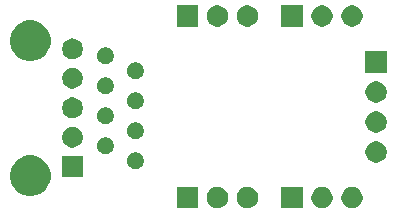
<source format=gts>
G04 #@! TF.GenerationSoftware,KiCad,Pcbnew,5.1.5+dfsg1-2build2*
G04 #@! TF.CreationDate,2023-02-08T22:02:59+01:00*
G04 #@! TF.ProjectId,EcoApi_loadCellCombinator,45636f41-7069-45f6-9c6f-616443656c6c,rev?*
G04 #@! TF.SameCoordinates,Original*
G04 #@! TF.FileFunction,Soldermask,Top*
G04 #@! TF.FilePolarity,Negative*
%FSLAX46Y46*%
G04 Gerber Fmt 4.6, Leading zero omitted, Abs format (unit mm)*
G04 Created by KiCad (PCBNEW 5.1.5+dfsg1-2build2) date 2023-02-08 22:02:59*
%MOMM*%
%LPD*%
G04 APERTURE LIST*
%ADD10C,0.100000*%
G04 APERTURE END LIST*
D10*
G36*
X186741000Y-104951000D02*
G01*
X184939000Y-104951000D01*
X184939000Y-103149000D01*
X186741000Y-103149000D01*
X186741000Y-104951000D01*
G37*
G36*
X191033512Y-103153927D02*
G01*
X191182812Y-103183624D01*
X191346784Y-103251544D01*
X191494354Y-103350147D01*
X191619853Y-103475646D01*
X191718456Y-103623216D01*
X191786376Y-103787188D01*
X191821000Y-103961259D01*
X191821000Y-104138741D01*
X191786376Y-104312812D01*
X191718456Y-104476784D01*
X191619853Y-104624354D01*
X191494354Y-104749853D01*
X191346784Y-104848456D01*
X191182812Y-104916376D01*
X191033512Y-104946073D01*
X191008742Y-104951000D01*
X190831258Y-104951000D01*
X190806488Y-104946073D01*
X190657188Y-104916376D01*
X190493216Y-104848456D01*
X190345646Y-104749853D01*
X190220147Y-104624354D01*
X190121544Y-104476784D01*
X190053624Y-104312812D01*
X190019000Y-104138741D01*
X190019000Y-103961259D01*
X190053624Y-103787188D01*
X190121544Y-103623216D01*
X190220147Y-103475646D01*
X190345646Y-103350147D01*
X190493216Y-103251544D01*
X190657188Y-103183624D01*
X190806488Y-103153927D01*
X190831258Y-103149000D01*
X191008742Y-103149000D01*
X191033512Y-103153927D01*
G37*
G36*
X188493512Y-103153927D02*
G01*
X188642812Y-103183624D01*
X188806784Y-103251544D01*
X188954354Y-103350147D01*
X189079853Y-103475646D01*
X189178456Y-103623216D01*
X189246376Y-103787188D01*
X189281000Y-103961259D01*
X189281000Y-104138741D01*
X189246376Y-104312812D01*
X189178456Y-104476784D01*
X189079853Y-104624354D01*
X188954354Y-104749853D01*
X188806784Y-104848456D01*
X188642812Y-104916376D01*
X188493512Y-104946073D01*
X188468742Y-104951000D01*
X188291258Y-104951000D01*
X188266488Y-104946073D01*
X188117188Y-104916376D01*
X187953216Y-104848456D01*
X187805646Y-104749853D01*
X187680147Y-104624354D01*
X187581544Y-104476784D01*
X187513624Y-104312812D01*
X187479000Y-104138741D01*
X187479000Y-103961259D01*
X187513624Y-103787188D01*
X187581544Y-103623216D01*
X187680147Y-103475646D01*
X187805646Y-103350147D01*
X187953216Y-103251544D01*
X188117188Y-103183624D01*
X188266488Y-103153927D01*
X188291258Y-103149000D01*
X188468742Y-103149000D01*
X188493512Y-103153927D01*
G37*
G36*
X182163512Y-103143927D02*
G01*
X182312812Y-103173624D01*
X182476784Y-103241544D01*
X182624354Y-103340147D01*
X182749853Y-103465646D01*
X182848456Y-103613216D01*
X182916376Y-103777188D01*
X182951000Y-103951259D01*
X182951000Y-104128741D01*
X182916376Y-104302812D01*
X182848456Y-104466784D01*
X182749853Y-104614354D01*
X182624354Y-104739853D01*
X182476784Y-104838456D01*
X182312812Y-104906376D01*
X182163512Y-104936073D01*
X182138742Y-104941000D01*
X181961258Y-104941000D01*
X181936488Y-104936073D01*
X181787188Y-104906376D01*
X181623216Y-104838456D01*
X181475646Y-104739853D01*
X181350147Y-104614354D01*
X181251544Y-104466784D01*
X181183624Y-104302812D01*
X181149000Y-104128741D01*
X181149000Y-103951259D01*
X181183624Y-103777188D01*
X181251544Y-103613216D01*
X181350147Y-103465646D01*
X181475646Y-103340147D01*
X181623216Y-103241544D01*
X181787188Y-103173624D01*
X181936488Y-103143927D01*
X181961258Y-103139000D01*
X182138742Y-103139000D01*
X182163512Y-103143927D01*
G37*
G36*
X179623512Y-103143927D02*
G01*
X179772812Y-103173624D01*
X179936784Y-103241544D01*
X180084354Y-103340147D01*
X180209853Y-103465646D01*
X180308456Y-103613216D01*
X180376376Y-103777188D01*
X180411000Y-103951259D01*
X180411000Y-104128741D01*
X180376376Y-104302812D01*
X180308456Y-104466784D01*
X180209853Y-104614354D01*
X180084354Y-104739853D01*
X179936784Y-104838456D01*
X179772812Y-104906376D01*
X179623512Y-104936073D01*
X179598742Y-104941000D01*
X179421258Y-104941000D01*
X179396488Y-104936073D01*
X179247188Y-104906376D01*
X179083216Y-104838456D01*
X178935646Y-104739853D01*
X178810147Y-104614354D01*
X178711544Y-104466784D01*
X178643624Y-104302812D01*
X178609000Y-104128741D01*
X178609000Y-103951259D01*
X178643624Y-103777188D01*
X178711544Y-103613216D01*
X178810147Y-103465646D01*
X178935646Y-103340147D01*
X179083216Y-103241544D01*
X179247188Y-103173624D01*
X179396488Y-103143927D01*
X179421258Y-103139000D01*
X179598742Y-103139000D01*
X179623512Y-103143927D01*
G37*
G36*
X177871000Y-104941000D02*
G01*
X176069000Y-104941000D01*
X176069000Y-103139000D01*
X177871000Y-103139000D01*
X177871000Y-104941000D01*
G37*
G36*
X164193454Y-100531329D02*
G01*
X164507566Y-100661438D01*
X164790260Y-100850328D01*
X165030672Y-101090740D01*
X165219562Y-101373434D01*
X165349671Y-101687546D01*
X165416000Y-102021003D01*
X165416000Y-102360997D01*
X165349671Y-102694454D01*
X165219562Y-103008566D01*
X165030672Y-103291260D01*
X164790260Y-103531672D01*
X164507566Y-103720562D01*
X164193454Y-103850671D01*
X163859997Y-103917000D01*
X163520003Y-103917000D01*
X163186546Y-103850671D01*
X162872434Y-103720562D01*
X162589740Y-103531672D01*
X162349328Y-103291260D01*
X162160438Y-103008566D01*
X162030329Y-102694454D01*
X161964000Y-102360997D01*
X161964000Y-102021003D01*
X162030329Y-101687546D01*
X162160438Y-101373434D01*
X162349328Y-101090740D01*
X162589740Y-100850328D01*
X162872434Y-100661438D01*
X163186546Y-100531329D01*
X163520003Y-100465000D01*
X163859997Y-100465000D01*
X164193454Y-100531329D01*
G37*
G36*
X168126000Y-102316000D02*
G01*
X166374000Y-102316000D01*
X166374000Y-100564000D01*
X168126000Y-100564000D01*
X168126000Y-102316000D01*
G37*
G36*
X172784911Y-100244496D02*
G01*
X172912760Y-100297453D01*
X173027815Y-100374330D01*
X173125670Y-100472185D01*
X173202547Y-100587240D01*
X173255504Y-100715089D01*
X173282500Y-100850808D01*
X173282500Y-100989192D01*
X173255504Y-101124911D01*
X173202547Y-101252760D01*
X173125670Y-101367815D01*
X173027815Y-101465670D01*
X172912760Y-101542547D01*
X172784911Y-101595504D01*
X172649192Y-101622500D01*
X172510808Y-101622500D01*
X172375089Y-101595504D01*
X172247240Y-101542547D01*
X172132185Y-101465670D01*
X172034330Y-101367815D01*
X171957453Y-101252760D01*
X171904496Y-101124911D01*
X171877500Y-100989192D01*
X171877500Y-100850808D01*
X171904496Y-100715089D01*
X171957453Y-100587240D01*
X172034330Y-100472185D01*
X172132185Y-100374330D01*
X172247240Y-100297453D01*
X172375089Y-100244496D01*
X172510808Y-100217500D01*
X172649192Y-100217500D01*
X172784911Y-100244496D01*
G37*
G36*
X193073512Y-99283927D02*
G01*
X193222812Y-99313624D01*
X193386784Y-99381544D01*
X193534354Y-99480147D01*
X193659853Y-99605646D01*
X193758456Y-99753216D01*
X193826376Y-99917188D01*
X193861000Y-100091259D01*
X193861000Y-100268741D01*
X193826376Y-100442812D01*
X193758456Y-100606784D01*
X193659853Y-100754354D01*
X193534354Y-100879853D01*
X193386784Y-100978456D01*
X193222812Y-101046376D01*
X193073512Y-101076073D01*
X193048742Y-101081000D01*
X192871258Y-101081000D01*
X192846488Y-101076073D01*
X192697188Y-101046376D01*
X192533216Y-100978456D01*
X192385646Y-100879853D01*
X192260147Y-100754354D01*
X192161544Y-100606784D01*
X192093624Y-100442812D01*
X192059000Y-100268741D01*
X192059000Y-100091259D01*
X192093624Y-99917188D01*
X192161544Y-99753216D01*
X192260147Y-99605646D01*
X192385646Y-99480147D01*
X192533216Y-99381544D01*
X192697188Y-99313624D01*
X192846488Y-99283927D01*
X192871258Y-99279000D01*
X193048742Y-99279000D01*
X193073512Y-99283927D01*
G37*
G36*
X170244911Y-98974496D02*
G01*
X170372760Y-99027453D01*
X170487815Y-99104330D01*
X170585670Y-99202185D01*
X170662547Y-99317240D01*
X170715504Y-99445089D01*
X170742500Y-99580808D01*
X170742500Y-99719192D01*
X170715504Y-99854911D01*
X170662547Y-99982760D01*
X170585670Y-100097815D01*
X170487815Y-100195670D01*
X170372760Y-100272547D01*
X170244911Y-100325504D01*
X170109192Y-100352500D01*
X169970808Y-100352500D01*
X169835089Y-100325504D01*
X169707240Y-100272547D01*
X169592185Y-100195670D01*
X169494330Y-100097815D01*
X169417453Y-99982760D01*
X169364496Y-99854911D01*
X169337500Y-99719192D01*
X169337500Y-99580808D01*
X169364496Y-99445089D01*
X169417453Y-99317240D01*
X169494330Y-99202185D01*
X169592185Y-99104330D01*
X169707240Y-99027453D01*
X169835089Y-98974496D01*
X169970808Y-98947500D01*
X170109192Y-98947500D01*
X170244911Y-98974496D01*
G37*
G36*
X167505520Y-98097664D02*
G01*
X167664942Y-98163699D01*
X167808418Y-98259566D01*
X167930434Y-98381582D01*
X168026301Y-98525058D01*
X168051093Y-98584912D01*
X168092336Y-98684481D01*
X168126000Y-98853720D01*
X168126000Y-99026280D01*
X168120187Y-99055503D01*
X168092336Y-99195520D01*
X168026301Y-99354942D01*
X167930434Y-99498418D01*
X167808418Y-99620434D01*
X167664942Y-99716301D01*
X167505520Y-99782336D01*
X167336280Y-99816000D01*
X167163720Y-99816000D01*
X167079101Y-99799168D01*
X166994480Y-99782336D01*
X166835058Y-99716301D01*
X166691582Y-99620434D01*
X166569566Y-99498418D01*
X166473699Y-99354942D01*
X166407664Y-99195520D01*
X166379813Y-99055503D01*
X166374000Y-99026280D01*
X166374000Y-98853720D01*
X166407664Y-98684481D01*
X166448907Y-98584912D01*
X166473699Y-98525058D01*
X166569566Y-98381582D01*
X166691582Y-98259566D01*
X166835058Y-98163699D01*
X166994480Y-98097664D01*
X167163720Y-98064000D01*
X167336280Y-98064000D01*
X167505520Y-98097664D01*
G37*
G36*
X172784911Y-97704496D02*
G01*
X172912760Y-97757453D01*
X173027815Y-97834330D01*
X173125670Y-97932185D01*
X173202547Y-98047240D01*
X173255504Y-98175089D01*
X173282500Y-98310808D01*
X173282500Y-98449192D01*
X173255504Y-98584911D01*
X173202547Y-98712760D01*
X173125670Y-98827815D01*
X173027815Y-98925670D01*
X172912760Y-99002547D01*
X172784911Y-99055504D01*
X172649192Y-99082500D01*
X172510808Y-99082500D01*
X172375089Y-99055504D01*
X172247240Y-99002547D01*
X172132185Y-98925670D01*
X172034330Y-98827815D01*
X171957453Y-98712760D01*
X171904496Y-98584911D01*
X171877500Y-98449192D01*
X171877500Y-98310808D01*
X171904496Y-98175089D01*
X171957453Y-98047240D01*
X172034330Y-97932185D01*
X172132185Y-97834330D01*
X172247240Y-97757453D01*
X172375089Y-97704496D01*
X172510808Y-97677500D01*
X172649192Y-97677500D01*
X172784911Y-97704496D01*
G37*
G36*
X193073512Y-96743927D02*
G01*
X193222812Y-96773624D01*
X193386784Y-96841544D01*
X193534354Y-96940147D01*
X193659853Y-97065646D01*
X193758456Y-97213216D01*
X193826376Y-97377188D01*
X193861000Y-97551259D01*
X193861000Y-97728741D01*
X193826376Y-97902812D01*
X193758456Y-98066784D01*
X193659853Y-98214354D01*
X193534354Y-98339853D01*
X193386784Y-98438456D01*
X193222812Y-98506376D01*
X193073512Y-98536073D01*
X193048742Y-98541000D01*
X192871258Y-98541000D01*
X192846488Y-98536073D01*
X192697188Y-98506376D01*
X192533216Y-98438456D01*
X192385646Y-98339853D01*
X192260147Y-98214354D01*
X192161544Y-98066784D01*
X192093624Y-97902812D01*
X192059000Y-97728741D01*
X192059000Y-97551259D01*
X192093624Y-97377188D01*
X192161544Y-97213216D01*
X192260147Y-97065646D01*
X192385646Y-96940147D01*
X192533216Y-96841544D01*
X192697188Y-96773624D01*
X192846488Y-96743927D01*
X192871258Y-96739000D01*
X193048742Y-96739000D01*
X193073512Y-96743927D01*
G37*
G36*
X170244911Y-96434496D02*
G01*
X170372760Y-96487453D01*
X170487815Y-96564330D01*
X170585670Y-96662185D01*
X170662547Y-96777240D01*
X170715504Y-96905089D01*
X170742500Y-97040808D01*
X170742500Y-97179192D01*
X170715504Y-97314911D01*
X170662547Y-97442760D01*
X170585670Y-97557815D01*
X170487815Y-97655670D01*
X170372760Y-97732547D01*
X170244911Y-97785504D01*
X170109192Y-97812500D01*
X169970808Y-97812500D01*
X169835089Y-97785504D01*
X169707240Y-97732547D01*
X169592185Y-97655670D01*
X169494330Y-97557815D01*
X169417453Y-97442760D01*
X169364496Y-97314911D01*
X169337500Y-97179192D01*
X169337500Y-97040808D01*
X169364496Y-96905089D01*
X169417453Y-96777240D01*
X169494330Y-96662185D01*
X169592185Y-96564330D01*
X169707240Y-96487453D01*
X169835089Y-96434496D01*
X169970808Y-96407500D01*
X170109192Y-96407500D01*
X170244911Y-96434496D01*
G37*
G36*
X167505520Y-95597664D02*
G01*
X167664942Y-95663699D01*
X167808418Y-95759566D01*
X167930434Y-95881582D01*
X168026301Y-96025058D01*
X168087481Y-96172760D01*
X168092336Y-96184481D01*
X168126000Y-96353720D01*
X168126000Y-96526280D01*
X168118431Y-96564330D01*
X168092336Y-96695520D01*
X168026301Y-96854942D01*
X167930434Y-96998418D01*
X167808418Y-97120434D01*
X167664942Y-97216301D01*
X167505520Y-97282336D01*
X167336280Y-97316000D01*
X167163720Y-97316000D01*
X166994480Y-97282336D01*
X166835058Y-97216301D01*
X166691582Y-97120434D01*
X166569566Y-96998418D01*
X166473699Y-96854942D01*
X166407664Y-96695520D01*
X166381569Y-96564330D01*
X166374000Y-96526280D01*
X166374000Y-96353720D01*
X166407664Y-96184481D01*
X166412519Y-96172760D01*
X166473699Y-96025058D01*
X166569566Y-95881582D01*
X166691582Y-95759566D01*
X166835058Y-95663699D01*
X166994480Y-95597664D01*
X167163720Y-95564000D01*
X167336280Y-95564000D01*
X167505520Y-95597664D01*
G37*
G36*
X172784911Y-95164496D02*
G01*
X172912760Y-95217453D01*
X173027815Y-95294330D01*
X173125670Y-95392185D01*
X173202547Y-95507240D01*
X173255504Y-95635089D01*
X173282500Y-95770808D01*
X173282500Y-95909192D01*
X173255504Y-96044911D01*
X173202547Y-96172760D01*
X173125670Y-96287815D01*
X173027815Y-96385670D01*
X172912760Y-96462547D01*
X172784911Y-96515504D01*
X172649192Y-96542500D01*
X172510808Y-96542500D01*
X172375089Y-96515504D01*
X172247240Y-96462547D01*
X172132185Y-96385670D01*
X172034330Y-96287815D01*
X171957453Y-96172760D01*
X171904496Y-96044911D01*
X171877500Y-95909192D01*
X171877500Y-95770808D01*
X171904496Y-95635089D01*
X171957453Y-95507240D01*
X172034330Y-95392185D01*
X172132185Y-95294330D01*
X172247240Y-95217453D01*
X172375089Y-95164496D01*
X172510808Y-95137500D01*
X172649192Y-95137500D01*
X172784911Y-95164496D01*
G37*
G36*
X193073512Y-94203927D02*
G01*
X193222812Y-94233624D01*
X193386784Y-94301544D01*
X193534354Y-94400147D01*
X193659853Y-94525646D01*
X193758456Y-94673216D01*
X193826376Y-94837188D01*
X193861000Y-95011259D01*
X193861000Y-95188741D01*
X193826376Y-95362812D01*
X193758456Y-95526784D01*
X193659853Y-95674354D01*
X193534354Y-95799853D01*
X193386784Y-95898456D01*
X193222812Y-95966376D01*
X193073512Y-95996073D01*
X193048742Y-96001000D01*
X192871258Y-96001000D01*
X192846488Y-95996073D01*
X192697188Y-95966376D01*
X192533216Y-95898456D01*
X192385646Y-95799853D01*
X192260147Y-95674354D01*
X192161544Y-95526784D01*
X192093624Y-95362812D01*
X192059000Y-95188741D01*
X192059000Y-95011259D01*
X192093624Y-94837188D01*
X192161544Y-94673216D01*
X192260147Y-94525646D01*
X192385646Y-94400147D01*
X192533216Y-94301544D01*
X192697188Y-94233624D01*
X192846488Y-94203927D01*
X192871258Y-94199000D01*
X193048742Y-94199000D01*
X193073512Y-94203927D01*
G37*
G36*
X170244911Y-93894496D02*
G01*
X170372760Y-93947453D01*
X170487815Y-94024330D01*
X170585670Y-94122185D01*
X170662547Y-94237240D01*
X170715504Y-94365089D01*
X170742500Y-94500808D01*
X170742500Y-94639192D01*
X170715504Y-94774911D01*
X170662547Y-94902760D01*
X170585670Y-95017815D01*
X170487815Y-95115670D01*
X170372760Y-95192547D01*
X170244911Y-95245504D01*
X170109192Y-95272500D01*
X169970808Y-95272500D01*
X169835089Y-95245504D01*
X169707240Y-95192547D01*
X169592185Y-95115670D01*
X169494330Y-95017815D01*
X169417453Y-94902760D01*
X169364496Y-94774911D01*
X169337500Y-94639192D01*
X169337500Y-94500808D01*
X169364496Y-94365089D01*
X169417453Y-94237240D01*
X169494330Y-94122185D01*
X169592185Y-94024330D01*
X169707240Y-93947453D01*
X169835089Y-93894496D01*
X169970808Y-93867500D01*
X170109192Y-93867500D01*
X170244911Y-93894496D01*
G37*
G36*
X167505520Y-93097664D02*
G01*
X167664942Y-93163699D01*
X167808418Y-93259566D01*
X167930434Y-93381582D01*
X168026301Y-93525058D01*
X168092336Y-93684480D01*
X168126000Y-93853721D01*
X168126000Y-94026279D01*
X168092336Y-94195520D01*
X168026301Y-94354942D01*
X167930434Y-94498418D01*
X167808418Y-94620434D01*
X167664942Y-94716301D01*
X167505520Y-94782336D01*
X167420899Y-94799168D01*
X167336280Y-94816000D01*
X167163720Y-94816000D01*
X167079101Y-94799168D01*
X166994480Y-94782336D01*
X166835058Y-94716301D01*
X166691582Y-94620434D01*
X166569566Y-94498418D01*
X166473699Y-94354942D01*
X166407664Y-94195520D01*
X166374000Y-94026279D01*
X166374000Y-93853721D01*
X166407664Y-93684480D01*
X166473699Y-93525058D01*
X166569566Y-93381582D01*
X166691582Y-93259566D01*
X166835058Y-93163699D01*
X166994480Y-93097664D01*
X167163720Y-93064000D01*
X167336280Y-93064000D01*
X167505520Y-93097664D01*
G37*
G36*
X172784911Y-92624496D02*
G01*
X172912760Y-92677453D01*
X173027815Y-92754330D01*
X173125670Y-92852185D01*
X173202547Y-92967240D01*
X173255504Y-93095089D01*
X173282500Y-93230808D01*
X173282500Y-93369192D01*
X173255504Y-93504911D01*
X173202547Y-93632760D01*
X173125670Y-93747815D01*
X173027815Y-93845670D01*
X172912760Y-93922547D01*
X172784911Y-93975504D01*
X172649192Y-94002500D01*
X172510808Y-94002500D01*
X172375089Y-93975504D01*
X172247240Y-93922547D01*
X172132185Y-93845670D01*
X172034330Y-93747815D01*
X171957453Y-93632760D01*
X171904496Y-93504911D01*
X171877500Y-93369192D01*
X171877500Y-93230808D01*
X171904496Y-93095089D01*
X171957453Y-92967240D01*
X172034330Y-92852185D01*
X172132185Y-92754330D01*
X172247240Y-92677453D01*
X172375089Y-92624496D01*
X172510808Y-92597500D01*
X172649192Y-92597500D01*
X172784911Y-92624496D01*
G37*
G36*
X193861000Y-93461000D02*
G01*
X192059000Y-93461000D01*
X192059000Y-91659000D01*
X193861000Y-91659000D01*
X193861000Y-93461000D01*
G37*
G36*
X170244911Y-91354496D02*
G01*
X170372760Y-91407453D01*
X170487815Y-91484330D01*
X170585670Y-91582185D01*
X170662547Y-91697240D01*
X170715504Y-91825089D01*
X170742500Y-91960808D01*
X170742500Y-92099192D01*
X170715504Y-92234911D01*
X170662547Y-92362760D01*
X170585670Y-92477815D01*
X170487815Y-92575670D01*
X170372760Y-92652547D01*
X170244911Y-92705504D01*
X170109192Y-92732500D01*
X169970808Y-92732500D01*
X169835089Y-92705504D01*
X169707240Y-92652547D01*
X169592185Y-92575670D01*
X169494330Y-92477815D01*
X169417453Y-92362760D01*
X169364496Y-92234911D01*
X169337500Y-92099192D01*
X169337500Y-91960808D01*
X169364496Y-91825089D01*
X169417453Y-91697240D01*
X169494330Y-91582185D01*
X169592185Y-91484330D01*
X169707240Y-91407453D01*
X169835089Y-91354496D01*
X169970808Y-91327500D01*
X170109192Y-91327500D01*
X170244911Y-91354496D01*
G37*
G36*
X164193454Y-89099329D02*
G01*
X164507566Y-89229438D01*
X164790260Y-89418328D01*
X165030672Y-89658740D01*
X165219562Y-89941434D01*
X165349671Y-90255546D01*
X165416000Y-90589003D01*
X165416000Y-90928997D01*
X165349671Y-91262454D01*
X165219562Y-91576566D01*
X165030672Y-91859260D01*
X164790260Y-92099672D01*
X164507566Y-92288562D01*
X164193454Y-92418671D01*
X163859997Y-92485000D01*
X163520003Y-92485000D01*
X163186546Y-92418671D01*
X162872434Y-92288562D01*
X162589740Y-92099672D01*
X162349328Y-91859260D01*
X162160438Y-91576566D01*
X162030329Y-91262454D01*
X161964000Y-90928997D01*
X161964000Y-90589003D01*
X162030329Y-90255546D01*
X162160438Y-89941434D01*
X162349328Y-89658740D01*
X162589740Y-89418328D01*
X162872434Y-89229438D01*
X163186546Y-89099329D01*
X163520003Y-89033000D01*
X163859997Y-89033000D01*
X164193454Y-89099329D01*
G37*
G36*
X167420899Y-90580832D02*
G01*
X167505520Y-90597664D01*
X167664942Y-90663699D01*
X167808418Y-90759566D01*
X167930434Y-90881582D01*
X168026301Y-91025058D01*
X168092336Y-91184480D01*
X168126000Y-91353721D01*
X168126000Y-91526279D01*
X168092336Y-91695520D01*
X168026301Y-91854942D01*
X167930434Y-91998418D01*
X167808418Y-92120434D01*
X167664942Y-92216301D01*
X167505520Y-92282336D01*
X167336280Y-92316000D01*
X167163720Y-92316000D01*
X166994480Y-92282336D01*
X166835058Y-92216301D01*
X166691582Y-92120434D01*
X166569566Y-91998418D01*
X166473699Y-91854942D01*
X166407664Y-91695520D01*
X166374000Y-91526279D01*
X166374000Y-91353721D01*
X166407664Y-91184480D01*
X166473699Y-91025058D01*
X166569566Y-90881582D01*
X166691582Y-90759566D01*
X166835058Y-90663699D01*
X166994480Y-90597664D01*
X167079101Y-90580832D01*
X167163720Y-90564000D01*
X167336280Y-90564000D01*
X167420899Y-90580832D01*
G37*
G36*
X191033512Y-87773927D02*
G01*
X191182812Y-87803624D01*
X191346784Y-87871544D01*
X191494354Y-87970147D01*
X191619853Y-88095646D01*
X191718456Y-88243216D01*
X191786376Y-88407188D01*
X191821000Y-88581259D01*
X191821000Y-88758741D01*
X191786376Y-88932812D01*
X191718456Y-89096784D01*
X191619853Y-89244354D01*
X191494354Y-89369853D01*
X191346784Y-89468456D01*
X191182812Y-89536376D01*
X191033512Y-89566073D01*
X191008742Y-89571000D01*
X190831258Y-89571000D01*
X190806488Y-89566073D01*
X190657188Y-89536376D01*
X190493216Y-89468456D01*
X190345646Y-89369853D01*
X190220147Y-89244354D01*
X190121544Y-89096784D01*
X190053624Y-88932812D01*
X190019000Y-88758741D01*
X190019000Y-88581259D01*
X190053624Y-88407188D01*
X190121544Y-88243216D01*
X190220147Y-88095646D01*
X190345646Y-87970147D01*
X190493216Y-87871544D01*
X190657188Y-87803624D01*
X190806488Y-87773927D01*
X190831258Y-87769000D01*
X191008742Y-87769000D01*
X191033512Y-87773927D01*
G37*
G36*
X188493512Y-87773927D02*
G01*
X188642812Y-87803624D01*
X188806784Y-87871544D01*
X188954354Y-87970147D01*
X189079853Y-88095646D01*
X189178456Y-88243216D01*
X189246376Y-88407188D01*
X189281000Y-88581259D01*
X189281000Y-88758741D01*
X189246376Y-88932812D01*
X189178456Y-89096784D01*
X189079853Y-89244354D01*
X188954354Y-89369853D01*
X188806784Y-89468456D01*
X188642812Y-89536376D01*
X188493512Y-89566073D01*
X188468742Y-89571000D01*
X188291258Y-89571000D01*
X188266488Y-89566073D01*
X188117188Y-89536376D01*
X187953216Y-89468456D01*
X187805646Y-89369853D01*
X187680147Y-89244354D01*
X187581544Y-89096784D01*
X187513624Y-88932812D01*
X187479000Y-88758741D01*
X187479000Y-88581259D01*
X187513624Y-88407188D01*
X187581544Y-88243216D01*
X187680147Y-88095646D01*
X187805646Y-87970147D01*
X187953216Y-87871544D01*
X188117188Y-87803624D01*
X188266488Y-87773927D01*
X188291258Y-87769000D01*
X188468742Y-87769000D01*
X188493512Y-87773927D01*
G37*
G36*
X186741000Y-89571000D02*
G01*
X184939000Y-89571000D01*
X184939000Y-87769000D01*
X186741000Y-87769000D01*
X186741000Y-89571000D01*
G37*
G36*
X177871000Y-89571000D02*
G01*
X176069000Y-89571000D01*
X176069000Y-87769000D01*
X177871000Y-87769000D01*
X177871000Y-89571000D01*
G37*
G36*
X179623512Y-87773927D02*
G01*
X179772812Y-87803624D01*
X179936784Y-87871544D01*
X180084354Y-87970147D01*
X180209853Y-88095646D01*
X180308456Y-88243216D01*
X180376376Y-88407188D01*
X180411000Y-88581259D01*
X180411000Y-88758741D01*
X180376376Y-88932812D01*
X180308456Y-89096784D01*
X180209853Y-89244354D01*
X180084354Y-89369853D01*
X179936784Y-89468456D01*
X179772812Y-89536376D01*
X179623512Y-89566073D01*
X179598742Y-89571000D01*
X179421258Y-89571000D01*
X179396488Y-89566073D01*
X179247188Y-89536376D01*
X179083216Y-89468456D01*
X178935646Y-89369853D01*
X178810147Y-89244354D01*
X178711544Y-89096784D01*
X178643624Y-88932812D01*
X178609000Y-88758741D01*
X178609000Y-88581259D01*
X178643624Y-88407188D01*
X178711544Y-88243216D01*
X178810147Y-88095646D01*
X178935646Y-87970147D01*
X179083216Y-87871544D01*
X179247188Y-87803624D01*
X179396488Y-87773927D01*
X179421258Y-87769000D01*
X179598742Y-87769000D01*
X179623512Y-87773927D01*
G37*
G36*
X182163512Y-87773927D02*
G01*
X182312812Y-87803624D01*
X182476784Y-87871544D01*
X182624354Y-87970147D01*
X182749853Y-88095646D01*
X182848456Y-88243216D01*
X182916376Y-88407188D01*
X182951000Y-88581259D01*
X182951000Y-88758741D01*
X182916376Y-88932812D01*
X182848456Y-89096784D01*
X182749853Y-89244354D01*
X182624354Y-89369853D01*
X182476784Y-89468456D01*
X182312812Y-89536376D01*
X182163512Y-89566073D01*
X182138742Y-89571000D01*
X181961258Y-89571000D01*
X181936488Y-89566073D01*
X181787188Y-89536376D01*
X181623216Y-89468456D01*
X181475646Y-89369853D01*
X181350147Y-89244354D01*
X181251544Y-89096784D01*
X181183624Y-88932812D01*
X181149000Y-88758741D01*
X181149000Y-88581259D01*
X181183624Y-88407188D01*
X181251544Y-88243216D01*
X181350147Y-88095646D01*
X181475646Y-87970147D01*
X181623216Y-87871544D01*
X181787188Y-87803624D01*
X181936488Y-87773927D01*
X181961258Y-87769000D01*
X182138742Y-87769000D01*
X182163512Y-87773927D01*
G37*
M02*

</source>
